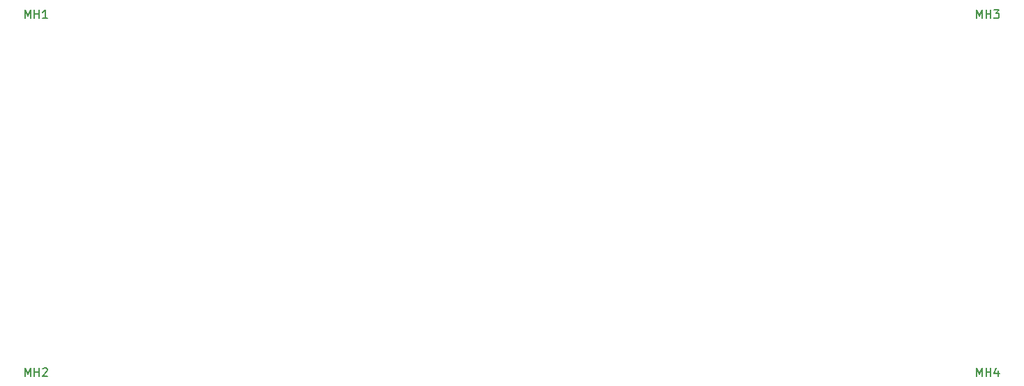
<source format=gto>
G04 #@! TF.GenerationSoftware,KiCad,Pcbnew,(5.1.9)-1*
G04 #@! TF.CreationDate,2022-01-12T11:01:28-07:00*
G04 #@! TF.ProjectId,Kicad_Back_Plate_3x_DB9,4b696361-645f-4426-9163-6b5f506c6174,rev?*
G04 #@! TF.SameCoordinates,Original*
G04 #@! TF.FileFunction,Legend,Top*
G04 #@! TF.FilePolarity,Positive*
%FSLAX46Y46*%
G04 Gerber Fmt 4.6, Leading zero omitted, Abs format (unit mm)*
G04 Created by KiCad (PCBNEW (5.1.9)-1) date 2022-01-12 11:01:28*
%MOMM*%
%LPD*%
G01*
G04 APERTURE LIST*
%ADD10C,0.150000*%
%ADD11C,7.000000*%
G04 APERTURE END LIST*
D10*
X3316666Y347619D02*
X3316666Y1347619D01*
X3650000Y633333D01*
X3983333Y1347619D01*
X3983333Y347619D01*
X4459523Y347619D02*
X4459523Y1347619D01*
X4459523Y871428D02*
X5030952Y871428D01*
X5030952Y347619D02*
X5030952Y1347619D01*
X6030952Y347619D02*
X5459523Y347619D01*
X5745238Y347619D02*
X5745238Y1347619D01*
X5650000Y1204761D01*
X5554761Y1109523D01*
X5459523Y1061904D01*
X3316666Y-43152380D02*
X3316666Y-42152380D01*
X3650000Y-42866666D01*
X3983333Y-42152380D01*
X3983333Y-43152380D01*
X4459523Y-43152380D02*
X4459523Y-42152380D01*
X4459523Y-42628571D02*
X5030952Y-42628571D01*
X5030952Y-43152380D02*
X5030952Y-42152380D01*
X5459523Y-42247619D02*
X5507142Y-42200000D01*
X5602380Y-42152380D01*
X5840476Y-42152380D01*
X5935714Y-42200000D01*
X5983333Y-42247619D01*
X6030952Y-42342857D01*
X6030952Y-42438095D01*
X5983333Y-42580952D01*
X5411904Y-43152380D01*
X6030952Y-43152380D01*
X118816666Y347619D02*
X118816666Y1347619D01*
X119150000Y633333D01*
X119483333Y1347619D01*
X119483333Y347619D01*
X119959523Y347619D02*
X119959523Y1347619D01*
X119959523Y871428D02*
X120530952Y871428D01*
X120530952Y347619D02*
X120530952Y1347619D01*
X120911904Y1347619D02*
X121530952Y1347619D01*
X121197619Y966666D01*
X121340476Y966666D01*
X121435714Y919047D01*
X121483333Y871428D01*
X121530952Y776190D01*
X121530952Y538095D01*
X121483333Y442857D01*
X121435714Y395238D01*
X121340476Y347619D01*
X121054761Y347619D01*
X120959523Y395238D01*
X120911904Y442857D01*
X118816666Y-43152380D02*
X118816666Y-42152380D01*
X119150000Y-42866666D01*
X119483333Y-42152380D01*
X119483333Y-43152380D01*
X119959523Y-43152380D02*
X119959523Y-42152380D01*
X119959523Y-42628571D02*
X120530952Y-42628571D01*
X120530952Y-43152380D02*
X120530952Y-42152380D01*
X121435714Y-42485714D02*
X121435714Y-43152380D01*
X121197619Y-42104761D02*
X120959523Y-42819047D01*
X121578571Y-42819047D01*
%LPC*%
D11*
X4650000Y-3700000D03*
X4650000Y-47200000D03*
X120150000Y-3700000D03*
X120150000Y-47200000D03*
M02*

</source>
